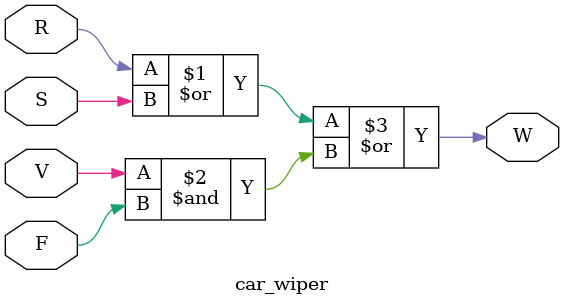
<source format=v>
/*Inputs:-
R => Rain (detected=1 else 0)
S => Switch (ON = 1 else 0)
V => Visibility (low = 1 else 0)
F => Fog (detected = 1 else 0)*/
module car_wiper (W,R,S,V,F);
input R,S,V,F;
output W;
assign W = R | S | (V & F);
endmodule
</source>
